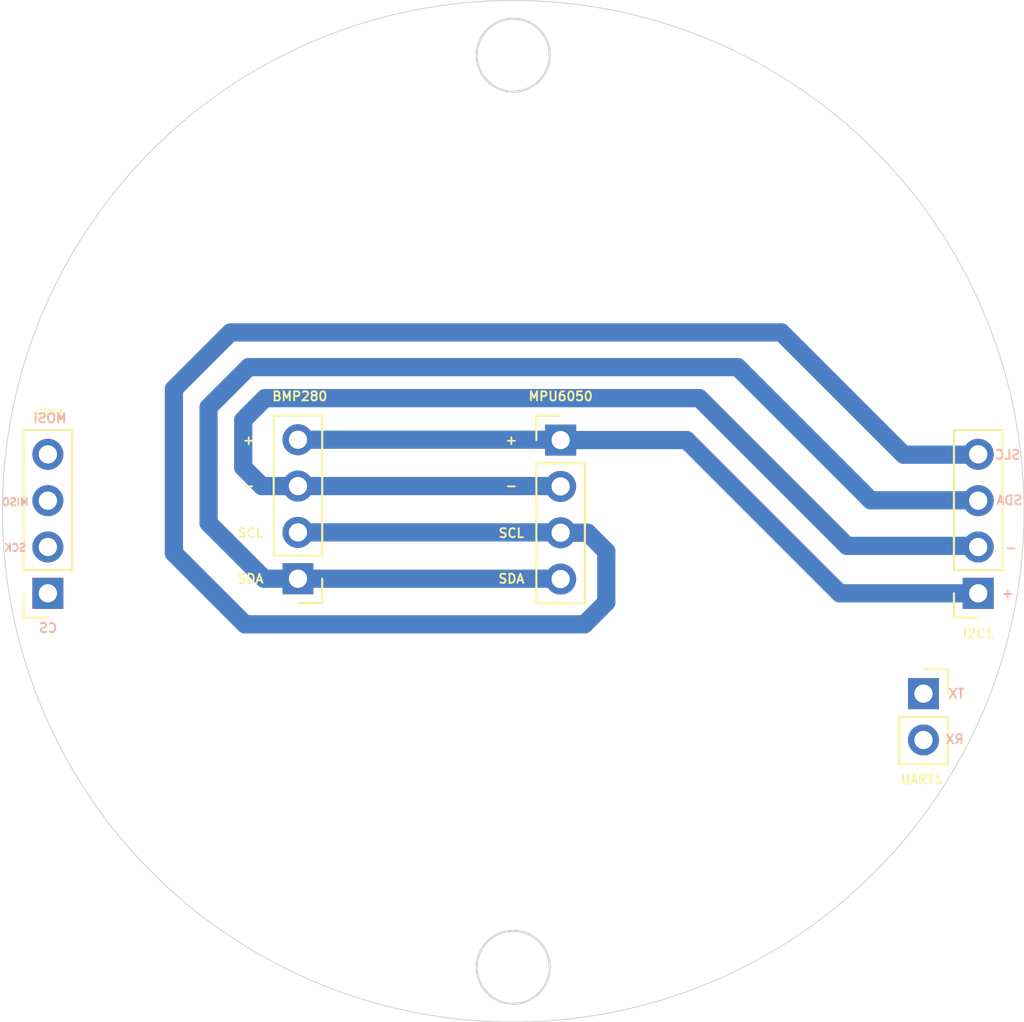
<source format=kicad_pcb>
(kicad_pcb (version 20171130) (host pcbnew "(5.1.5)-3")

  (general
    (thickness 1.6)
    (drawings 21)
    (tracks 45)
    (zones 0)
    (modules 5)
    (nets 11)
  )

  (page A4)
  (layers
    (0 F.Cu signal)
    (31 B.Cu signal)
    (32 B.Adhes user)
    (33 F.Adhes user)
    (34 B.Paste user)
    (35 F.Paste user)
    (36 B.SilkS user)
    (37 F.SilkS user)
    (38 B.Mask user)
    (39 F.Mask user)
    (40 Dwgs.User user)
    (41 Cmts.User user)
    (42 Eco1.User user)
    (43 Eco2.User user)
    (44 Edge.Cuts user)
    (45 Margin user)
    (46 B.CrtYd user)
    (47 F.CrtYd user)
    (48 B.Fab user)
    (49 F.Fab user)
  )

  (setup
    (last_trace_width 0.25)
    (user_trace_width 1)
    (trace_clearance 0.2)
    (zone_clearance 0.508)
    (zone_45_only no)
    (trace_min 0.2)
    (via_size 0.8)
    (via_drill 0.4)
    (via_min_size 0.4)
    (via_min_drill 0.3)
    (uvia_size 0.3)
    (uvia_drill 0.1)
    (uvias_allowed no)
    (uvia_min_size 0.2)
    (uvia_min_drill 0.1)
    (edge_width 0.05)
    (segment_width 0.2)
    (pcb_text_width 0.3)
    (pcb_text_size 1.5 1.5)
    (mod_edge_width 0.12)
    (mod_text_size 1 1)
    (mod_text_width 0.15)
    (pad_size 0.85 0.85)
    (pad_drill 0.5)
    (pad_to_mask_clearance 0.051)
    (solder_mask_min_width 0.25)
    (aux_axis_origin 0 0)
    (visible_elements 7FFFFFFF)
    (pcbplotparams
      (layerselection 0x010fc_ffffffff)
      (usegerberextensions false)
      (usegerberattributes false)
      (usegerberadvancedattributes false)
      (creategerberjobfile false)
      (excludeedgelayer true)
      (linewidth 0.100000)
      (plotframeref false)
      (viasonmask false)
      (mode 1)
      (useauxorigin false)
      (hpglpennumber 1)
      (hpglpenspeed 20)
      (hpglpendiameter 15.000000)
      (psnegative false)
      (psa4output false)
      (plotreference true)
      (plotvalue true)
      (plotinvisibletext false)
      (padsonsilk false)
      (subtractmaskfromsilk false)
      (outputformat 1)
      (mirror false)
      (drillshape 1)
      (scaleselection 1)
      (outputdirectory ""))
  )

  (net 0 "")
  (net 1 Gnd)
  (net 2 Vcc)
  (net 3 SIOD)
  (net 4 SIOC)
  (net 5 "Net-(SPI1-Pad1)")
  (net 6 "Net-(SPI1-Pad2)")
  (net 7 "Net-(SPI1-Pad3)")
  (net 8 "Net-(SPI1-Pad4)")
  (net 9 "Net-(UART1-Pad1)")
  (net 10 "Net-(UART1-Pad2)")

  (net_class Default "Esta é a classe de rede padrão."
    (clearance 0.2)
    (trace_width 0.25)
    (via_dia 0.8)
    (via_drill 0.4)
    (uvia_dia 0.3)
    (uvia_drill 0.1)
    (add_net Gnd)
    (add_net "Net-(SPI1-Pad1)")
    (add_net "Net-(SPI1-Pad2)")
    (add_net "Net-(SPI1-Pad3)")
    (add_net "Net-(SPI1-Pad4)")
    (add_net "Net-(UART1-Pad1)")
    (add_net "Net-(UART1-Pad2)")
    (add_net SIOC)
    (add_net SIOD)
    (add_net Vcc)
  )

  (module Connector_PinHeader_2.54mm:PinHeader_1x04_P2.54mm_Vertical (layer F.Cu) (tedit 59FED5CC) (tstamp 5F7D1439)
    (at 129.4 98.4)
    (descr "Through hole straight pin header, 1x04, 2.54mm pitch, single row")
    (tags "Through hole pin header THT 1x04 2.54mm single row")
    (path /5F7D6FE2)
    (fp_text reference MPU6050 (at 0 -2.4) (layer F.SilkS)
      (effects (font (size 0.5 0.5) (thickness 0.1)))
    )
    (fp_text value Con (at 0 9.95) (layer F.Fab)
      (effects (font (size 1 1) (thickness 0.15)))
    )
    (fp_text user %R (at 0 3.81 90) (layer F.Fab)
      (effects (font (size 1 1) (thickness 0.15)))
    )
    (fp_line (start 1.8 -1.8) (end -1.8 -1.8) (layer F.CrtYd) (width 0.05))
    (fp_line (start 1.8 9.4) (end 1.8 -1.8) (layer F.CrtYd) (width 0.05))
    (fp_line (start -1.8 9.4) (end 1.8 9.4) (layer F.CrtYd) (width 0.05))
    (fp_line (start -1.8 -1.8) (end -1.8 9.4) (layer F.CrtYd) (width 0.05))
    (fp_line (start -1.33 -1.33) (end 0 -1.33) (layer F.SilkS) (width 0.12))
    (fp_line (start -1.33 0) (end -1.33 -1.33) (layer F.SilkS) (width 0.12))
    (fp_line (start -1.33 1.27) (end 1.33 1.27) (layer F.SilkS) (width 0.12))
    (fp_line (start 1.33 1.27) (end 1.33 8.95) (layer F.SilkS) (width 0.12))
    (fp_line (start -1.33 1.27) (end -1.33 8.95) (layer F.SilkS) (width 0.12))
    (fp_line (start -1.33 8.95) (end 1.33 8.95) (layer F.SilkS) (width 0.12))
    (fp_line (start -1.27 -0.635) (end -0.635 -1.27) (layer F.Fab) (width 0.1))
    (fp_line (start -1.27 8.89) (end -1.27 -0.635) (layer F.Fab) (width 0.1))
    (fp_line (start 1.27 8.89) (end -1.27 8.89) (layer F.Fab) (width 0.1))
    (fp_line (start 1.27 -1.27) (end 1.27 8.89) (layer F.Fab) (width 0.1))
    (fp_line (start -0.635 -1.27) (end 1.27 -1.27) (layer F.Fab) (width 0.1))
    (pad 4 thru_hole oval (at 0 7.62) (size 1.7 1.7) (drill 1) (layers *.Cu *.Mask)
      (net 3 SIOD))
    (pad 3 thru_hole oval (at 0 5.08) (size 1.7 1.7) (drill 1) (layers *.Cu *.Mask)
      (net 4 SIOC))
    (pad 2 thru_hole oval (at 0 2.54) (size 1.7 1.7) (drill 1) (layers *.Cu *.Mask)
      (net 1 Gnd))
    (pad 1 thru_hole rect (at 0 0) (size 1.7 1.7) (drill 1) (layers *.Cu *.Mask)
      (net 2 Vcc))
    (model ${KISYS3DMOD}/Connector_PinHeader_2.54mm.3dshapes/PinHeader_1x04_P2.54mm_Vertical.wrl
      (at (xyz 0 0 0))
      (scale (xyz 1 1 1))
      (rotate (xyz 0 0 0))
    )
    (model C:/Users/Usuário/Desktop/Placa_Sensores/MPU6050/MPU_6050.step
      (offset (xyz 7 -8.800000000000001 4.5))
      (scale (xyz 1 1 1))
      (rotate (xyz 0 0 90))
    )
  )

  (module Connector_PinHeader_2.54mm:PinHeader_1x04_P2.54mm_Vertical (layer F.Cu) (tedit 59FED5CC) (tstamp 5F7D13F3)
    (at 115 106 180)
    (descr "Through hole straight pin header, 1x04, 2.54mm pitch, single row")
    (tags "Through hole pin header THT 1x04 2.54mm single row")
    (path /5F7D95A3)
    (fp_text reference BMP280 (at -0.1 10) (layer F.SilkS)
      (effects (font (size 0.5 0.5) (thickness 0.1)))
    )
    (fp_text value Con (at 0 9.95) (layer F.Fab)
      (effects (font (size 1 1) (thickness 0.15)))
    )
    (fp_text user %R (at 0 3.81 90) (layer F.Fab)
      (effects (font (size 1 1) (thickness 0.15)))
    )
    (fp_line (start 1.8 -1.8) (end -1.8 -1.8) (layer F.CrtYd) (width 0.05))
    (fp_line (start 1.8 9.4) (end 1.8 -1.8) (layer F.CrtYd) (width 0.05))
    (fp_line (start -1.8 9.4) (end 1.8 9.4) (layer F.CrtYd) (width 0.05))
    (fp_line (start -1.8 -1.8) (end -1.8 9.4) (layer F.CrtYd) (width 0.05))
    (fp_line (start -1.33 -1.33) (end 0 -1.33) (layer F.SilkS) (width 0.12))
    (fp_line (start -1.33 0) (end -1.33 -1.33) (layer F.SilkS) (width 0.12))
    (fp_line (start -1.33 1.27) (end 1.33 1.27) (layer F.SilkS) (width 0.12))
    (fp_line (start 1.33 1.27) (end 1.33 8.95) (layer F.SilkS) (width 0.12))
    (fp_line (start -1.33 1.27) (end -1.33 8.95) (layer F.SilkS) (width 0.12))
    (fp_line (start -1.33 8.95) (end 1.33 8.95) (layer F.SilkS) (width 0.12))
    (fp_line (start -1.27 -0.635) (end -0.635 -1.27) (layer F.Fab) (width 0.1))
    (fp_line (start -1.27 8.89) (end -1.27 -0.635) (layer F.Fab) (width 0.1))
    (fp_line (start 1.27 8.89) (end -1.27 8.89) (layer F.Fab) (width 0.1))
    (fp_line (start 1.27 -1.27) (end 1.27 8.89) (layer F.Fab) (width 0.1))
    (fp_line (start -0.635 -1.27) (end 1.27 -1.27) (layer F.Fab) (width 0.1))
    (pad 4 thru_hole oval (at 0 7.62 180) (size 1.7 1.7) (drill 1) (layers *.Cu *.Mask)
      (net 2 Vcc))
    (pad 3 thru_hole oval (at 0 5.08 180) (size 1.7 1.7) (drill 1) (layers *.Cu *.Mask)
      (net 1 Gnd))
    (pad 2 thru_hole oval (at 0 2.54 180) (size 1.7 1.7) (drill 1) (layers *.Cu *.Mask)
      (net 4 SIOC))
    (pad 1 thru_hole rect (at 0 0 180) (size 1.7 1.7) (drill 1) (layers *.Cu *.Mask)
      (net 3 SIOD))
    (model ${KISYS3DMOD}/Connector_PinHeader_2.54mm.3dshapes/PinHeader_1x04_P2.54mm_Vertical.wrl
      (at (xyz 0 0 0))
      (scale (xyz 1 1 1))
      (rotate (xyz 0 0 0))
    )
    (model C:/Users/Usuário/Desktop/Placa_Sensores/BMP280/bmp280.step
      (offset (xyz -0.2 2 27.5))
      (scale (xyz 1 1 1))
      (rotate (xyz -90 0 0))
    )
  )

  (module Connector_PinSocket_2.54mm:PinSocket_1x02_P2.54mm_Vertical (layer F.Cu) (tedit 5A19A420) (tstamp 5F6C1285)
    (at 149.29 112.3)
    (descr "Through hole straight socket strip, 1x02, 2.54mm pitch, single row (from Kicad 4.0.7), script generated")
    (tags "Through hole socket strip THT 1x02 2.54mm single row")
    (path /5F6B8E19)
    (fp_text reference UART1 (at -0.09 4.7) (layer F.SilkS)
      (effects (font (size 0.5 0.5) (thickness 0.1)))
    )
    (fp_text value Con (at 0 5.31) (layer F.Fab) hide
      (effects (font (size 1 1) (thickness 0.15)))
    )
    (fp_line (start -1.27 -1.27) (end 0.635 -1.27) (layer F.Fab) (width 0.1))
    (fp_line (start 0.635 -1.27) (end 1.27 -0.635) (layer F.Fab) (width 0.1))
    (fp_line (start 1.27 -0.635) (end 1.27 3.81) (layer F.Fab) (width 0.1))
    (fp_line (start 1.27 3.81) (end -1.27 3.81) (layer F.Fab) (width 0.1))
    (fp_line (start -1.27 3.81) (end -1.27 -1.27) (layer F.Fab) (width 0.1))
    (fp_line (start -1.33 1.27) (end 1.33 1.27) (layer F.SilkS) (width 0.12))
    (fp_line (start -1.33 1.27) (end -1.33 3.87) (layer F.SilkS) (width 0.12))
    (fp_line (start -1.33 3.87) (end 1.33 3.87) (layer F.SilkS) (width 0.12))
    (fp_line (start 1.33 1.27) (end 1.33 3.87) (layer F.SilkS) (width 0.12))
    (fp_line (start 1.33 -1.33) (end 1.33 0) (layer F.SilkS) (width 0.12))
    (fp_line (start 0 -1.33) (end 1.33 -1.33) (layer F.SilkS) (width 0.12))
    (fp_line (start -1.8 -1.8) (end 1.75 -1.8) (layer F.CrtYd) (width 0.05))
    (fp_line (start 1.75 -1.8) (end 1.75 4.3) (layer F.CrtYd) (width 0.05))
    (fp_line (start 1.75 4.3) (end -1.8 4.3) (layer F.CrtYd) (width 0.05))
    (fp_line (start -1.8 4.3) (end -1.8 -1.8) (layer F.CrtYd) (width 0.05))
    (fp_text user %R (at 2.854999 1.894999 90) (layer F.Fab) hide
      (effects (font (size 1 1) (thickness 0.15)))
    )
    (pad 1 thru_hole rect (at 0 0) (size 1.7 1.7) (drill 1) (layers *.Cu *.Mask)
      (net 9 "Net-(UART1-Pad1)"))
    (pad 2 thru_hole oval (at 0 2.54) (size 1.7 1.7) (drill 1) (layers *.Cu *.Mask)
      (net 10 "Net-(UART1-Pad2)"))
    (model ${KISYS3DMOD}/Connector_PinSocket_2.54mm.3dshapes/PinSocket_1x02_P2.54mm_Vertical.wrl
      (at (xyz 0 0 0))
      (scale (xyz 1 1 1))
      (rotate (xyz 0 0 0))
    )
  )

  (module Connector_PinSocket_2.54mm:PinSocket_1x04_P2.54mm_Vertical (layer F.Cu) (tedit 5A19A429) (tstamp 5F6C1201)
    (at 152.29 106.8 180)
    (descr "Through hole straight socket strip, 1x04, 2.54mm pitch, single row (from Kicad 4.0.7), script generated")
    (tags "Through hole socket strip THT 1x04 2.54mm single row")
    (path /5F6BA2A8)
    (fp_text reference I2C1 (at -0.01 -2.2) (layer F.SilkS)
      (effects (font (size 0.5 0.5) (thickness 0.1)))
    )
    (fp_text value Con (at 0 10.39) (layer F.Fab) hide
      (effects (font (size 1 1) (thickness 0.15)))
    )
    (fp_text user %R (at 0 3.81 90) (layer F.Fab) hide
      (effects (font (size 1 1) (thickness 0.15)))
    )
    (fp_line (start -1.8 9.4) (end -1.8 -1.8) (layer F.CrtYd) (width 0.05))
    (fp_line (start 1.75 9.4) (end -1.8 9.4) (layer F.CrtYd) (width 0.05))
    (fp_line (start 1.75 -1.8) (end 1.75 9.4) (layer F.CrtYd) (width 0.05))
    (fp_line (start -1.8 -1.8) (end 1.75 -1.8) (layer F.CrtYd) (width 0.05))
    (fp_line (start 0 -1.33) (end 1.33 -1.33) (layer F.SilkS) (width 0.12))
    (fp_line (start 1.33 -1.33) (end 1.33 0) (layer F.SilkS) (width 0.12))
    (fp_line (start 1.33 1.27) (end 1.33 8.95) (layer F.SilkS) (width 0.12))
    (fp_line (start -1.33 8.95) (end 1.33 8.95) (layer F.SilkS) (width 0.12))
    (fp_line (start -1.33 1.27) (end -1.33 8.95) (layer F.SilkS) (width 0.12))
    (fp_line (start -1.33 1.27) (end 1.33 1.27) (layer F.SilkS) (width 0.12))
    (fp_line (start -1.27 8.89) (end -1.27 -1.27) (layer F.Fab) (width 0.1))
    (fp_line (start 1.27 8.89) (end -1.27 8.89) (layer F.Fab) (width 0.1))
    (fp_line (start 1.27 -0.635) (end 1.27 8.89) (layer F.Fab) (width 0.1))
    (fp_line (start 0.635 -1.27) (end 1.27 -0.635) (layer F.Fab) (width 0.1))
    (fp_line (start -1.27 -1.27) (end 0.635 -1.27) (layer F.Fab) (width 0.1))
    (pad 4 thru_hole oval (at 0 7.62 180) (size 1.7 1.7) (drill 1) (layers *.Cu *.Mask)
      (net 4 SIOC))
    (pad 3 thru_hole oval (at 0 5.08 180) (size 1.7 1.7) (drill 1) (layers *.Cu *.Mask)
      (net 3 SIOD))
    (pad 2 thru_hole oval (at 0 2.54 180) (size 1.7 1.7) (drill 1) (layers *.Cu *.Mask)
      (net 1 Gnd))
    (pad 1 thru_hole rect (at 0 0 180) (size 1.7 1.7) (drill 1) (layers *.Cu *.Mask)
      (net 2 Vcc))
    (model ${KISYS3DMOD}/Connector_PinSocket_2.54mm.3dshapes/PinSocket_1x04_P2.54mm_Vertical.wrl
      (at (xyz 0 0 0))
      (scale (xyz 1 1 1))
      (rotate (xyz 0 0 0))
    )
  )

  (module Connector_PinSocket_2.54mm:PinSocket_1x04_P2.54mm_Vertical (layer F.Cu) (tedit 5A19A429) (tstamp 5F705BEE)
    (at 101.29 106.8 180)
    (descr "Through hole straight socket strip, 1x04, 2.54mm pitch, single row (from Kicad 4.0.7), script generated")
    (tags "Through hole socket strip THT 1x04 2.54mm single row")
    (path /5F6B9303)
    (fp_text reference SPI1 (at -0.11 9.8) (layer F.SilkS)
      (effects (font (size 0.5 0.5) (thickness 0.1)))
    )
    (fp_text value Con (at 0 10.39) (layer F.Fab)
      (effects (font (size 1 1) (thickness 0.15)))
    )
    (fp_line (start -1.27 -1.27) (end 0.635 -1.27) (layer F.Fab) (width 0.1))
    (fp_line (start 0.635 -1.27) (end 1.27 -0.635) (layer F.Fab) (width 0.1))
    (fp_line (start 1.27 -0.635) (end 1.27 8.89) (layer F.Fab) (width 0.1))
    (fp_line (start 1.27 8.89) (end -1.27 8.89) (layer F.Fab) (width 0.1))
    (fp_line (start -1.27 8.89) (end -1.27 -1.27) (layer F.Fab) (width 0.1))
    (fp_line (start -1.33 1.27) (end 1.33 1.27) (layer F.SilkS) (width 0.12))
    (fp_line (start -1.33 1.27) (end -1.33 8.95) (layer F.SilkS) (width 0.12))
    (fp_line (start -1.33 8.95) (end 1.33 8.95) (layer F.SilkS) (width 0.12))
    (fp_line (start 1.33 1.27) (end 1.33 8.95) (layer F.SilkS) (width 0.12))
    (fp_line (start 1.33 -1.33) (end 1.33 0) (layer F.SilkS) (width 0.12))
    (fp_line (start 0 -1.33) (end 1.33 -1.33) (layer F.SilkS) (width 0.12))
    (fp_line (start -1.8 -1.8) (end 1.75 -1.8) (layer F.CrtYd) (width 0.05))
    (fp_line (start 1.75 -1.8) (end 1.75 9.4) (layer F.CrtYd) (width 0.05))
    (fp_line (start 1.75 9.4) (end -1.8 9.4) (layer F.CrtYd) (width 0.05))
    (fp_line (start -1.8 9.4) (end -1.8 -1.8) (layer F.CrtYd) (width 0.05))
    (fp_text user %R (at -2.69 4.32 90) (layer F.Fab)
      (effects (font (size 1 1) (thickness 0.15)))
    )
    (pad 1 thru_hole rect (at 0 0 180) (size 1.7 1.7) (drill 1) (layers *.Cu *.Mask)
      (net 5 "Net-(SPI1-Pad1)"))
    (pad 2 thru_hole oval (at 0 2.54 180) (size 1.7 1.7) (drill 1) (layers *.Cu *.Mask)
      (net 6 "Net-(SPI1-Pad2)"))
    (pad 3 thru_hole oval (at 0 5.08 180) (size 1.7 1.7) (drill 1) (layers *.Cu *.Mask)
      (net 7 "Net-(SPI1-Pad3)"))
    (pad 4 thru_hole oval (at 0 7.62 180) (size 1.7 1.7) (drill 1) (layers *.Cu *.Mask)
      (net 8 "Net-(SPI1-Pad4)"))
    (model ${KISYS3DMOD}/Connector_PinSocket_2.54mm.3dshapes/PinSocket_1x04_P2.54mm_Vertical.wrl
      (at (xyz 0 0 0))
      (scale (xyz 1 1 1))
      (rotate (xyz 0 0 0))
    )
  )

  (gr_circle (center 126.8 77.3) (end 128.8 77.3) (layer Edge.Cuts) (width 0.12) (tstamp 5F80FB11))
  (gr_circle (center 126.8 127.3) (end 128.8 127.3) (layer Edge.Cuts) (width 0.12))
  (gr_text + (at 126.7 98.4) (layer F.SilkS) (tstamp 5F7D1D04)
    (effects (font (size 0.5 0.5) (thickness 0.1)) (justify mirror))
  )
  (gr_text - (at 126.7 100.9) (layer F.SilkS) (tstamp 5F7D1D01)
    (effects (font (size 0.5 0.5) (thickness 0.1)) (justify mirror))
  )
  (gr_text "SCL\n" (at 126.7 103.5) (layer F.SilkS) (tstamp 5F7D1CFE)
    (effects (font (size 0.5 0.5) (thickness 0.1)))
  )
  (gr_text SDA (at 126.7 106) (layer F.SilkS) (tstamp 5F7D1CF9)
    (effects (font (size 0.5 0.5) (thickness 0.1)))
  )
  (gr_text SDA (at 112.4 106) (layer F.SilkS) (tstamp 5F7D1C5C)
    (effects (font (size 0.5 0.5) (thickness 0.1)))
  )
  (gr_text "SCL\n" (at 112.4 103.5) (layer F.SilkS) (tstamp 5F7D1C5C)
    (effects (font (size 0.5 0.5) (thickness 0.1)))
  )
  (gr_text - (at 112.3 100.9) (layer F.SilkS) (tstamp 5F7D1C5C)
    (effects (font (size 0.5 0.5) (thickness 0.1)) (justify mirror))
  )
  (gr_text + (at 112.3 98.4) (layer F.SilkS)
    (effects (font (size 0.5 0.5) (thickness 0.1)) (justify mirror))
  )
  (gr_text MOSI (at 101.4 97.2) (layer B.SilkS)
    (effects (font (size 0.5 0.5) (thickness 0.1)) (justify mirror))
  )
  (gr_text MISO (at 99.5 101.8) (layer B.SilkS)
    (effects (font (size 0.4 0.4) (thickness 0.1)) (justify mirror))
  )
  (gr_text SCK (at 99.5 104.3) (layer B.SilkS)
    (effects (font (size 0.4 0.4) (thickness 0.1)) (justify mirror))
  )
  (gr_text CS (at 101.3 108.7) (layer B.SilkS)
    (effects (font (size 0.5 0.5) (thickness 0.1)) (justify mirror))
  )
  (gr_text RX (at 151 114.8) (layer B.SilkS)
    (effects (font (size 0.5 0.5) (thickness 0.1)) (justify mirror))
  )
  (gr_text TX (at 151.1 112.3) (layer B.SilkS)
    (effects (font (size 0.5 0.5) (thickness 0.1)) (justify mirror))
  )
  (gr_text SLC (at 153.9 99.2) (layer B.SilkS)
    (effects (font (size 0.5 0.5) (thickness 0.1)) (justify mirror))
  )
  (gr_text SDA (at 154 101.7) (layer B.SilkS)
    (effects (font (size 0.5 0.5) (thickness 0.1)) (justify mirror))
  )
  (gr_text - (at 154.1 104.3) (layer B.SilkS)
    (effects (font (size 0.5 0.5) (thickness 0.1)))
  )
  (gr_text + (at 153.9 106.8) (layer B.SilkS)
    (effects (font (size 0.5 0.5) (thickness 0.1)))
  )
  (gr_circle (center 126.8 102.3) (end 154.8 102.3) (layer Edge.Cuts) (width 0.05))

  (segment (start 152.25 104.3) (end 152.29 104.26) (width 1) (layer B.Cu) (net 1))
  (segment (start 129.38 100.92) (end 129.4 100.94) (width 1) (layer B.Cu) (net 1))
  (segment (start 115 100.92) (end 129.38 100.92) (width 1) (layer B.Cu) (net 1))
  (segment (start 137 96.1) (end 145.1 104.2) (width 1) (layer B.Cu) (net 1))
  (segment (start 113.02 100.92) (end 112 99.9) (width 1) (layer B.Cu) (net 1))
  (segment (start 115 100.92) (end 113.02 100.92) (width 1) (layer B.Cu) (net 1))
  (segment (start 145.1 104.2) (end 152.23 104.2) (width 1) (layer B.Cu) (net 1))
  (segment (start 112 99.9) (end 112 97.3) (width 1) (layer B.Cu) (net 1))
  (segment (start 152.23 104.2) (end 152.29 104.26) (width 1) (layer B.Cu) (net 1))
  (segment (start 112 97.3) (end 113.2 96.1) (width 1) (layer B.Cu) (net 1))
  (segment (start 113.2 96.1) (end 137 96.1) (width 1) (layer B.Cu) (net 1))
  (segment (start 129.38 98.38) (end 129.4 98.4) (width 1) (layer B.Cu) (net 2))
  (segment (start 115 98.38) (end 129.38 98.38) (width 1) (layer B.Cu) (net 2))
  (segment (start 144.7 106.8) (end 152.29 106.8) (width 1) (layer B.Cu) (net 2))
  (segment (start 129.4 98.4) (end 136.3 98.4) (width 1) (layer B.Cu) (net 2))
  (segment (start 136.3 98.4) (end 144.7 106.8) (width 1) (layer B.Cu) (net 2))
  (segment (start 152.11 101.9) (end 152.29 101.72) (width 1) (layer B.Cu) (net 3))
  (segment (start 129.38 106) (end 129.4 106.02) (width 1) (layer B.Cu) (net 3))
  (segment (start 115 106) (end 129.38 106) (width 1) (layer B.Cu) (net 3))
  (segment (start 152.27 101.7) (end 152.29 101.72) (width 1) (layer B.Cu) (net 3))
  (segment (start 146.4 101.7) (end 152.27 101.7) (width 1) (layer B.Cu) (net 3))
  (segment (start 139.1 94.4) (end 146.4 101.7) (width 1) (layer B.Cu) (net 3))
  (segment (start 113.15 106) (end 110.1 102.95) (width 1) (layer B.Cu) (net 3))
  (segment (start 110.1 102.95) (end 110.1 96.6) (width 1) (layer B.Cu) (net 3))
  (segment (start 115 106) (end 113.15 106) (width 1) (layer B.Cu) (net 3))
  (segment (start 110.1 96.6) (end 112.3 94.4) (width 1) (layer B.Cu) (net 3))
  (segment (start 112.3 94.4) (end 139.1 94.4) (width 1) (layer B.Cu) (net 3))
  (segment (start 152.07 99.4) (end 152.29 99.18) (width 1) (layer B.Cu) (net 4))
  (segment (start 129.38 103.46) (end 129.4 103.48) (width 1) (layer B.Cu) (net 4))
  (segment (start 115 103.46) (end 129.38 103.46) (width 1) (layer B.Cu) (net 4))
  (segment (start 131.9 107.3) (end 130.7 108.5) (width 1) (layer B.Cu) (net 4))
  (segment (start 148.2 99.2) (end 152.27 99.2) (width 1) (layer B.Cu) (net 4))
  (segment (start 131.9 104.5) (end 131.9 107.3) (width 1) (layer B.Cu) (net 4))
  (segment (start 130.7 108.5) (end 112.1 108.5) (width 1) (layer B.Cu) (net 4))
  (segment (start 141.5 92.5) (end 148.2 99.2) (width 1) (layer B.Cu) (net 4))
  (segment (start 112.1 108.5) (end 108.2 104.6) (width 1) (layer B.Cu) (net 4))
  (segment (start 129.4 103.48) (end 130.88 103.48) (width 1) (layer B.Cu) (net 4))
  (segment (start 130.88 103.48) (end 131.9 104.5) (width 1) (layer B.Cu) (net 4))
  (segment (start 108.2 104.6) (end 108.2 95.6) (width 1) (layer B.Cu) (net 4))
  (segment (start 152.27 99.2) (end 152.29 99.18) (width 1) (layer B.Cu) (net 4))
  (segment (start 108.2 95.6) (end 111.3 92.5) (width 1) (layer B.Cu) (net 4))
  (segment (start 111.3 92.5) (end 141.5 92.5) (width 1) (layer B.Cu) (net 4))
  (segment (start 101.31 101.7) (end 101.29 101.72) (width 1) (layer B.Cu) (net 7))
  (segment (start 101.47 99) (end 101.29 99.18) (width 1) (layer B.Cu) (net 8))
  (segment (start 149.3 112.29) (end 149.29 112.3) (width 1) (layer B.Cu) (net 9))

)

</source>
